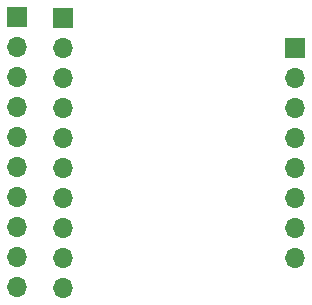
<source format=gbs>
G04 #@! TF.GenerationSoftware,KiCad,Pcbnew,8.0.3*
G04 #@! TF.CreationDate,2024-07-18T13:22:42+02:00*
G04 #@! TF.ProjectId,vpp-maker-rev6-ian,7670702d-6d61-46b6-9572-2d726576362d,rev?*
G04 #@! TF.SameCoordinates,Original*
G04 #@! TF.FileFunction,Soldermask,Bot*
G04 #@! TF.FilePolarity,Negative*
%FSLAX46Y46*%
G04 Gerber Fmt 4.6, Leading zero omitted, Abs format (unit mm)*
G04 Created by KiCad (PCBNEW 8.0.3) date 2024-07-18 13:22:42*
%MOMM*%
%LPD*%
G01*
G04 APERTURE LIST*
%ADD10R,1.700000X1.700000*%
%ADD11O,1.700000X1.700000*%
G04 APERTURE END LIST*
D10*
X138400000Y-75550000D03*
D11*
X138400000Y-78090000D03*
X138400000Y-80630000D03*
X138400000Y-83170000D03*
X138400000Y-85710000D03*
X138400000Y-88250000D03*
X138400000Y-90790000D03*
X138400000Y-93330000D03*
X138400000Y-95870000D03*
X138400000Y-98410000D03*
D10*
X142250000Y-75575000D03*
D11*
X142250000Y-78115000D03*
X142250000Y-80655000D03*
X142250000Y-83195000D03*
X142250000Y-85735000D03*
X142250000Y-88275000D03*
X142250000Y-90815000D03*
X142250000Y-93355000D03*
X142250000Y-95895000D03*
X142250000Y-98435000D03*
D10*
X161875000Y-78125000D03*
D11*
X161875000Y-80665000D03*
X161875000Y-83205000D03*
X161875000Y-85745000D03*
X161875000Y-88285000D03*
X161875000Y-90825000D03*
X161875000Y-93365000D03*
X161875000Y-95905000D03*
M02*

</source>
